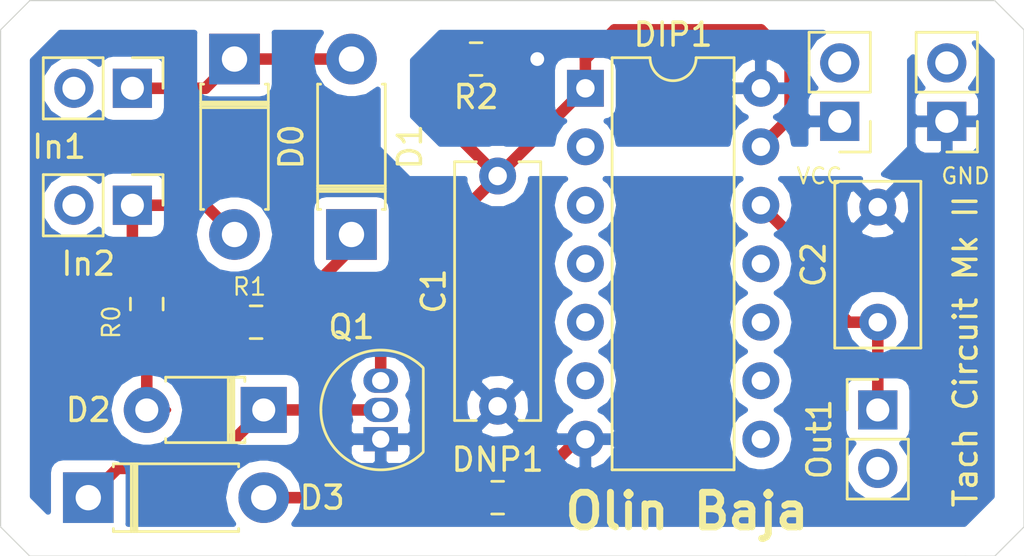
<source format=kicad_pcb>
(kicad_pcb (version 20171130) (host pcbnew 6.0.0-rc1-unknown-7c960aa~66~ubuntu18.04.1)

  (general
    (thickness 1.6)
    (drawings 12)
    (tracks 43)
    (zones 0)
    (modules 17)
    (nets 20)
  )

  (page A4)
  (layers
    (0 F.Cu signal)
    (31 B.Cu signal)
    (32 B.Adhes user)
    (33 F.Adhes user)
    (34 B.Paste user)
    (35 F.Paste user)
    (36 B.SilkS user)
    (37 F.SilkS user)
    (38 B.Mask user)
    (39 F.Mask user)
    (40 Dwgs.User user)
    (41 Cmts.User user)
    (42 Eco1.User user)
    (43 Eco2.User user)
    (44 Edge.Cuts user)
    (45 Margin user)
    (46 B.CrtYd user)
    (47 F.CrtYd user)
    (48 B.Fab user)
    (49 F.Fab user)
  )

  (setup
    (last_trace_width 0.25)
    (trace_clearance 0.2)
    (zone_clearance 0.508)
    (zone_45_only no)
    (trace_min 0.2)
    (via_size 0.8)
    (via_drill 0.4)
    (via_min_size 0.4)
    (via_min_drill 0.3)
    (uvia_size 0.3)
    (uvia_drill 0.1)
    (uvias_allowed no)
    (uvia_min_size 0.2)
    (uvia_min_drill 0.1)
    (edge_width 0.05)
    (segment_width 0.2)
    (pcb_text_width 0.3)
    (pcb_text_size 1.5 1.5)
    (mod_edge_width 0.12)
    (mod_text_size 1 1)
    (mod_text_width 0.15)
    (pad_size 2.2 2.2)
    (pad_drill 1.1)
    (pad_to_mask_clearance 0.051)
    (solder_mask_min_width 0.25)
    (aux_axis_origin 0 0)
    (visible_elements FFFFFF7F)
    (pcbplotparams
      (layerselection 0x010fc_ffffffff)
      (usegerberextensions false)
      (usegerberattributes false)
      (usegerberadvancedattributes false)
      (creategerberjobfile false)
      (excludeedgelayer true)
      (linewidth 0.100000)
      (plotframeref false)
      (viasonmask false)
      (mode 1)
      (useauxorigin false)
      (hpglpennumber 1)
      (hpglpenspeed 20)
      (hpglpendiameter 15.000000)
      (psnegative false)
      (psa4output false)
      (plotreference true)
      (plotvalue true)
      (plotinvisibletext false)
      (padsonsilk false)
      (subtractmaskfromsilk false)
      (outputformat 1)
      (mirror false)
      (drillshape 0)
      (scaleselection 1)
      (outputdirectory "../../../Sensing2017/KicadFiles/Tach/"))
  )

  (net 0 "")
  (net 1 GND)
  (net 2 "Net-(C1-Pad1)")
  (net 3 "Net-(C2-Pad1)")
  (net 4 "Net-(D0-Pad2)")
  (net 5 "Net-(D0-Pad1)")
  (net 6 "Net-(D1-Pad1)")
  (net 7 "Net-(D2-Pad2)")
  (net 8 "Net-(D2-Pad1)")
  (net 9 "Net-(D3-Pad2)")
  (net 10 "Net-(DIP1-Pad9)")
  (net 11 +5V)
  (net 12 "Net-(DIP1-Pad11)")
  (net 13 "Net-(DIP1-Pad10)")
  (net 14 "Net-(DIP1-Pad6)")
  (net 15 "Net-(DIP1-Pad5)")
  (net 16 "Net-(DIP1-Pad4)")
  (net 17 "Net-(DIP1-Pad3)")
  (net 18 "Net-(DIP1-Pad2)")
  (net 19 "Net-(DIP1-Pad8)")

  (net_class Default "This is the default net class."
    (clearance 0.2)
    (trace_width 0.25)
    (via_dia 0.8)
    (via_drill 0.4)
    (uvia_dia 0.3)
    (uvia_drill 0.1)
    (add_net +5V)
    (add_net GND)
    (add_net "Net-(C1-Pad1)")
    (add_net "Net-(C2-Pad1)")
    (add_net "Net-(D0-Pad1)")
    (add_net "Net-(D0-Pad2)")
    (add_net "Net-(D1-Pad1)")
    (add_net "Net-(D2-Pad1)")
    (add_net "Net-(D2-Pad2)")
    (add_net "Net-(D3-Pad2)")
    (add_net "Net-(DIP1-Pad10)")
    (add_net "Net-(DIP1-Pad11)")
    (add_net "Net-(DIP1-Pad2)")
    (add_net "Net-(DIP1-Pad3)")
    (add_net "Net-(DIP1-Pad4)")
    (add_net "Net-(DIP1-Pad5)")
    (add_net "Net-(DIP1-Pad6)")
    (add_net "Net-(DIP1-Pad8)")
    (add_net "Net-(DIP1-Pad9)")
  )

  (module Package_DIP:DIP-14_W7.62mm (layer F.Cu) (tedit 5A02E8C5) (tstamp 5BC69FF3)
    (at 148.59 -102.87)
    (descr "14-lead though-hole mounted DIP package, row spacing 7.62 mm (300 mils)")
    (tags "THT DIP DIL PDIP 2.54mm 7.62mm 300mil")
    (path /5BC2544C)
    (fp_text reference DIP1 (at 3.81 -2.33) (layer F.SilkS)
      (effects (font (size 1 1) (thickness 0.15)))
    )
    (fp_text value SN74HC14N (at 5.08 7.62 90) (layer F.Fab)
      (effects (font (size 1 1) (thickness 0.15)))
    )
    (fp_text user %R (at 2.54 7.62 90) (layer F.Fab)
      (effects (font (size 1 1) (thickness 0.15)))
    )
    (fp_line (start 8.7 -1.55) (end -1.1 -1.55) (layer F.CrtYd) (width 0.05))
    (fp_line (start 8.7 16.8) (end 8.7 -1.55) (layer F.CrtYd) (width 0.05))
    (fp_line (start -1.1 16.8) (end 8.7 16.8) (layer F.CrtYd) (width 0.05))
    (fp_line (start -1.1 -1.55) (end -1.1 16.8) (layer F.CrtYd) (width 0.05))
    (fp_line (start 6.46 -1.33) (end 4.81 -1.33) (layer F.SilkS) (width 0.12))
    (fp_line (start 6.46 16.57) (end 6.46 -1.33) (layer F.SilkS) (width 0.12))
    (fp_line (start 1.16 16.57) (end 6.46 16.57) (layer F.SilkS) (width 0.12))
    (fp_line (start 1.16 -1.33) (end 1.16 16.57) (layer F.SilkS) (width 0.12))
    (fp_line (start 2.81 -1.33) (end 1.16 -1.33) (layer F.SilkS) (width 0.12))
    (fp_line (start 0.635 -0.27) (end 1.635 -1.27) (layer F.Fab) (width 0.1))
    (fp_line (start 0.635 16.51) (end 0.635 -0.27) (layer F.Fab) (width 0.1))
    (fp_line (start 6.985 16.51) (end 0.635 16.51) (layer F.Fab) (width 0.1))
    (fp_line (start 6.985 -1.27) (end 6.985 16.51) (layer F.Fab) (width 0.1))
    (fp_line (start 1.635 -1.27) (end 6.985 -1.27) (layer F.Fab) (width 0.1))
    (fp_arc (start 3.81 -1.33) (end 2.81 -1.33) (angle -180) (layer F.SilkS) (width 0.12))
    (pad 14 thru_hole oval (at 7.62 0) (size 1.6 1.6) (drill 0.8) (layers *.Cu *.Mask)
      (net 11 +5V))
    (pad 7 thru_hole oval (at 0 15.24) (size 1.6 1.6) (drill 0.8) (layers *.Cu *.Mask)
      (net 1 GND))
    (pad 13 thru_hole oval (at 7.62 2.54) (size 1.6 1.6) (drill 0.8) (layers *.Cu *.Mask)
      (net 2 "Net-(C1-Pad1)"))
    (pad 6 thru_hole oval (at 0 12.7) (size 1.6 1.6) (drill 0.8) (layers *.Cu *.Mask)
      (net 14 "Net-(DIP1-Pad6)"))
    (pad 12 thru_hole oval (at 7.62 5.08) (size 1.6 1.6) (drill 0.8) (layers *.Cu *.Mask)
      (net 3 "Net-(C2-Pad1)"))
    (pad 5 thru_hole oval (at 0 10.16) (size 1.6 1.6) (drill 0.8) (layers *.Cu *.Mask)
      (net 15 "Net-(DIP1-Pad5)"))
    (pad 11 thru_hole oval (at 7.62 7.62) (size 1.6 1.6) (drill 0.8) (layers *.Cu *.Mask)
      (net 12 "Net-(DIP1-Pad11)"))
    (pad 4 thru_hole oval (at 0 7.62) (size 1.6 1.6) (drill 0.8) (layers *.Cu *.Mask)
      (net 16 "Net-(DIP1-Pad4)"))
    (pad 10 thru_hole oval (at 7.62 10.16) (size 1.6 1.6) (drill 0.8) (layers *.Cu *.Mask)
      (net 13 "Net-(DIP1-Pad10)"))
    (pad 3 thru_hole oval (at 0 5.08) (size 1.6 1.6) (drill 0.8) (layers *.Cu *.Mask)
      (net 17 "Net-(DIP1-Pad3)"))
    (pad 9 thru_hole oval (at 7.62 12.7) (size 1.6 1.6) (drill 0.8) (layers *.Cu *.Mask)
      (net 10 "Net-(DIP1-Pad9)"))
    (pad 2 thru_hole oval (at 0 2.54) (size 1.6 1.6) (drill 0.8) (layers *.Cu *.Mask)
      (net 18 "Net-(DIP1-Pad2)"))
    (pad 8 thru_hole oval (at 7.62 15.24) (size 1.6 1.6) (drill 0.8) (layers *.Cu *.Mask)
      (net 19 "Net-(DIP1-Pad8)"))
    (pad 1 thru_hole rect (at 0 0) (size 1.6 1.6) (drill 0.8) (layers *.Cu *.Mask)
      (net 2 "Net-(C1-Pad1)"))
    (model ${KISYS3DMOD}/Package_DIP.3dshapes/DIP-14_W7.62mm.wrl
      (at (xyz 0 0 0))
      (scale (xyz 1 1 1))
      (rotate (xyz 0 0 0))
    )
  )

  (module Diode_THT:D_DO-41_SOD81_P7.62mm_Horizontal (layer F.Cu) (tedit 5AE50CD5) (tstamp 5BC69FCB)
    (at 127 -85.09)
    (descr "Diode, DO-41_SOD81 series, Axial, Horizontal, pin pitch=7.62mm, , length*diameter=5.2*2.7mm^2, , http://www.diodes.com/_files/packages/DO-41%20(Plastic).pdf")
    (tags "Diode DO-41_SOD81 series Axial Horizontal pin pitch 7.62mm  length 5.2mm diameter 2.7mm")
    (path /5BC05DC7)
    (fp_text reference D3 (at 10.16 0) (layer F.SilkS)
      (effects (font (size 1 1) (thickness 0.15)))
    )
    (fp_text value 1N4738 (at 4.2 0.59) (layer F.Fab)
      (effects (font (size 0.69 0.69) (thickness 0.1)))
    )
    (fp_text user %R (at 4.2 -0.6 -180) (layer F.Fab)
      (effects (font (size 0.75 0.75) (thickness 0.1)))
    )
    (fp_line (start 8.97 -1.6) (end -1.35 -1.6) (layer F.CrtYd) (width 0.05))
    (fp_line (start 8.97 1.6) (end 8.97 -1.6) (layer F.CrtYd) (width 0.05))
    (fp_line (start -1.35 1.6) (end 8.97 1.6) (layer F.CrtYd) (width 0.05))
    (fp_line (start -1.35 -1.6) (end -1.35 1.6) (layer F.CrtYd) (width 0.05))
    (fp_line (start 1.87 -1.47) (end 1.87 1.47) (layer F.SilkS) (width 0.12))
    (fp_line (start 2.11 -1.47) (end 2.11 1.47) (layer F.SilkS) (width 0.12))
    (fp_line (start 1.99 -1.47) (end 1.99 1.47) (layer F.SilkS) (width 0.12))
    (fp_line (start 6.53 1.47) (end 6.53 1.34) (layer F.SilkS) (width 0.12))
    (fp_line (start 1.09 1.47) (end 6.53 1.47) (layer F.SilkS) (width 0.12))
    (fp_line (start 1.09 1.34) (end 1.09 1.47) (layer F.SilkS) (width 0.12))
    (fp_line (start 6.53 -1.47) (end 6.53 -1.34) (layer F.SilkS) (width 0.12))
    (fp_line (start 1.09 -1.47) (end 6.53 -1.47) (layer F.SilkS) (width 0.12))
    (fp_line (start 1.09 -1.34) (end 1.09 -1.47) (layer F.SilkS) (width 0.12))
    (fp_line (start 1.89 -1.35) (end 1.89 1.35) (layer F.Fab) (width 0.1))
    (fp_line (start 2.09 -1.35) (end 2.09 1.35) (layer F.Fab) (width 0.1))
    (fp_line (start 1.99 -1.35) (end 1.99 1.35) (layer F.Fab) (width 0.1))
    (fp_line (start 7.62 0) (end 6.41 0) (layer F.Fab) (width 0.1))
    (fp_line (start 0 0) (end 1.21 0) (layer F.Fab) (width 0.1))
    (fp_line (start 6.41 -1.35) (end 1.21 -1.35) (layer F.Fab) (width 0.1))
    (fp_line (start 6.41 1.35) (end 6.41 -1.35) (layer F.Fab) (width 0.1))
    (fp_line (start 1.21 1.35) (end 6.41 1.35) (layer F.Fab) (width 0.1))
    (fp_line (start 1.21 -1.35) (end 1.21 1.35) (layer F.Fab) (width 0.1))
    (pad 2 thru_hole oval (at 7.62 0) (size 2.2 2.2) (drill 1.1) (layers *.Cu *.Mask)
      (net 9 "Net-(D3-Pad2)"))
    (pad 1 thru_hole rect (at 0 0) (size 2.2 2.2) (drill 1.1) (layers *.Cu *.Mask)
      (net 8 "Net-(D2-Pad1)"))
    (model ${KISYS3DMOD}/Diode_THT.3dshapes/D_DO-41_SOD81_P7.62mm_Horizontal.wrl
      (at (xyz 0 0 0))
      (scale (xyz 1 1 1))
      (rotate (xyz 0 0 0))
    )
  )

  (module Diode_THT:D_T-1_P5.08mm_Horizontal (layer F.Cu) (tedit 5AE50CD5) (tstamp 5BC69FAC)
    (at 134.62 -88.9 180)
    (descr "Diode, T-1 series, Axial, Horizontal, pin pitch=5.08mm, , length*diameter=3.2*2.6mm^2, , http://www.diodes.com/_files/packages/T-1.pdf")
    (tags "Diode T-1 series Axial Horizontal pin pitch 5.08mm  length 3.2mm diameter 2.6mm")
    (path /5BC044BB)
    (fp_text reference D2 (at 7.62 0 180) (layer F.SilkS)
      (effects (font (size 1 1) (thickness 0.15)))
    )
    (fp_text value 1N4148 (at 2.67 -0.4 180) (layer F.Fab)
      (effects (font (size 0.4 0.3) (thickness 0.075)))
    )
    (fp_text user %R (at 2.54 0.6 180) (layer F.Fab)
      (effects (font (size 0.64 0.64) (thickness 0.096)))
    )
    (fp_line (start 6.33 -1.55) (end -1.25 -1.55) (layer F.CrtYd) (width 0.05))
    (fp_line (start 6.33 1.55) (end 6.33 -1.55) (layer F.CrtYd) (width 0.05))
    (fp_line (start -1.25 1.55) (end 6.33 1.55) (layer F.CrtYd) (width 0.05))
    (fp_line (start -1.25 -1.55) (end -1.25 1.55) (layer F.CrtYd) (width 0.05))
    (fp_line (start 1.3 -1.42) (end 1.3 1.42) (layer F.SilkS) (width 0.12))
    (fp_line (start 1.54 -1.42) (end 1.54 1.42) (layer F.SilkS) (width 0.12))
    (fp_line (start 1.42 -1.42) (end 1.42 1.42) (layer F.SilkS) (width 0.12))
    (fp_line (start 4.26 1.42) (end 4.26 1.24) (layer F.SilkS) (width 0.12))
    (fp_line (start 0.82 1.42) (end 4.26 1.42) (layer F.SilkS) (width 0.12))
    (fp_line (start 0.82 1.24) (end 0.82 1.42) (layer F.SilkS) (width 0.12))
    (fp_line (start 4.26 -1.42) (end 4.26 -1.24) (layer F.SilkS) (width 0.12))
    (fp_line (start 0.82 -1.42) (end 4.26 -1.42) (layer F.SilkS) (width 0.12))
    (fp_line (start 0.82 -1.24) (end 0.82 -1.42) (layer F.SilkS) (width 0.12))
    (fp_line (start 1.32 -1.3) (end 1.32 1.3) (layer F.Fab) (width 0.1))
    (fp_line (start 1.52 -1.3) (end 1.52 1.3) (layer F.Fab) (width 0.1))
    (fp_line (start 1.42 -1.3) (end 1.42 1.3) (layer F.Fab) (width 0.1))
    (fp_line (start 5.08 0) (end 4.14 0) (layer F.Fab) (width 0.1))
    (fp_line (start 0 0) (end 0.94 0) (layer F.Fab) (width 0.1))
    (fp_line (start 4.14 -1.3) (end 0.94 -1.3) (layer F.Fab) (width 0.1))
    (fp_line (start 4.14 1.3) (end 4.14 -1.3) (layer F.Fab) (width 0.1))
    (fp_line (start 0.94 1.3) (end 4.14 1.3) (layer F.Fab) (width 0.1))
    (fp_line (start 0.94 -1.3) (end 0.94 1.3) (layer F.Fab) (width 0.1))
    (pad 2 thru_hole oval (at 5.08 0 180) (size 2 2) (drill 1) (layers *.Cu *.Mask)
      (net 7 "Net-(D2-Pad2)"))
    (pad 1 thru_hole rect (at 0 0 180) (size 2 2) (drill 1) (layers *.Cu *.Mask)
      (net 8 "Net-(D2-Pad1)"))
    (model ${KISYS3DMOD}/Diode_THT.3dshapes/D_T-1_P5.08mm_Horizontal.wrl
      (at (xyz 0 0 0))
      (scale (xyz 1 1 1))
      (rotate (xyz 0 0 0))
    )
  )

  (module Diode_THT:D_DO-41_SOD81_P7.62mm_Horizontal (layer F.Cu) (tedit 5AE50CD5) (tstamp 5BC69F8D)
    (at 138.43 -96.52 90)
    (descr "Diode, DO-41_SOD81 series, Axial, Horizontal, pin pitch=7.62mm, , length*diameter=5.2*2.7mm^2, , http://www.diodes.com/_files/packages/DO-41%20(Plastic).pdf")
    (tags "Diode DO-41_SOD81 series Axial Horizontal pin pitch 7.62mm  length 5.2mm diameter 2.7mm")
    (path /5BC00EDC)
    (fp_text reference D1 (at 3.81 2.54 90) (layer F.SilkS)
      (effects (font (size 1 1) (thickness 0.15)))
    )
    (fp_text value 1N4007 (at 4.17 -0.68 -90) (layer F.Fab)
      (effects (font (size 0.6 0.6) (thickness 0.1)))
    )
    (fp_text user %R (at 4.17 0.57 -90) (layer F.Fab)
      (effects (font (size 0.75 0.75) (thickness 0.1)))
    )
    (fp_line (start 8.97 -1.6) (end -1.35 -1.6) (layer F.CrtYd) (width 0.05))
    (fp_line (start 8.97 1.6) (end 8.97 -1.6) (layer F.CrtYd) (width 0.05))
    (fp_line (start -1.35 1.6) (end 8.97 1.6) (layer F.CrtYd) (width 0.05))
    (fp_line (start -1.35 -1.6) (end -1.35 1.6) (layer F.CrtYd) (width 0.05))
    (fp_line (start 1.87 -1.47) (end 1.87 1.47) (layer F.SilkS) (width 0.12))
    (fp_line (start 2.11 -1.47) (end 2.11 1.47) (layer F.SilkS) (width 0.12))
    (fp_line (start 1.99 -1.47) (end 1.99 1.47) (layer F.SilkS) (width 0.12))
    (fp_line (start 6.53 1.47) (end 6.53 1.34) (layer F.SilkS) (width 0.12))
    (fp_line (start 1.09 1.47) (end 6.53 1.47) (layer F.SilkS) (width 0.12))
    (fp_line (start 1.09 1.34) (end 1.09 1.47) (layer F.SilkS) (width 0.12))
    (fp_line (start 6.53 -1.47) (end 6.53 -1.34) (layer F.SilkS) (width 0.12))
    (fp_line (start 1.09 -1.47) (end 6.53 -1.47) (layer F.SilkS) (width 0.12))
    (fp_line (start 1.09 -1.34) (end 1.09 -1.47) (layer F.SilkS) (width 0.12))
    (fp_line (start 1.89 -1.35) (end 1.89 1.35) (layer F.Fab) (width 0.1))
    (fp_line (start 2.09 -1.35) (end 2.09 1.35) (layer F.Fab) (width 0.1))
    (fp_line (start 1.99 -1.35) (end 1.99 1.35) (layer F.Fab) (width 0.1))
    (fp_line (start 7.62 0) (end 6.41 0) (layer F.Fab) (width 0.1))
    (fp_line (start 0 0) (end 1.21 0) (layer F.Fab) (width 0.1))
    (fp_line (start 6.41 -1.35) (end 1.21 -1.35) (layer F.Fab) (width 0.1))
    (fp_line (start 6.41 1.35) (end 6.41 -1.35) (layer F.Fab) (width 0.1))
    (fp_line (start 1.21 1.35) (end 6.41 1.35) (layer F.Fab) (width 0.1))
    (fp_line (start 1.21 -1.35) (end 1.21 1.35) (layer F.Fab) (width 0.1))
    (pad 2 thru_hole oval (at 7.62 0 90) (size 2.2 2.2) (drill 1.1) (layers *.Cu *.Mask)
      (net 5 "Net-(D0-Pad1)"))
    (pad 1 thru_hole rect (at 0 0 90) (size 2.2 2.2) (drill 1.1) (layers *.Cu *.Mask)
      (net 6 "Net-(D1-Pad1)"))
    (model ${KISYS3DMOD}/Diode_THT.3dshapes/D_DO-41_SOD81_P7.62mm_Horizontal.wrl
      (at (xyz 0 0 0))
      (scale (xyz 1 1 1))
      (rotate (xyz 0 0 0))
    )
  )

  (module Diode_THT:D_DO-41_SOD81_P7.62mm_Horizontal (layer F.Cu) (tedit 5BC925C4) (tstamp 5BC69F6E)
    (at 133.35 -104.14 270)
    (descr "Diode, DO-41_SOD81 series, Axial, Horizontal, pin pitch=7.62mm, , length*diameter=5.2*2.7mm^2, , http://www.diodes.com/_files/packages/DO-41%20(Plastic).pdf")
    (tags "Diode DO-41_SOD81 series Axial Horizontal pin pitch 7.62mm  length 5.2mm diameter 2.7mm")
    (path /5BBFFAF7)
    (fp_text reference D0 (at 3.81 -2.47 270) (layer F.SilkS)
      (effects (font (size 1 1) (thickness 0.15)))
    )
    (fp_text value 1N4007 (at 4.14 -0.65 270) (layer F.Fab)
      (effects (font (size 0.6 0.6) (thickness 0.1)))
    )
    (fp_text user %R (at 4.2 0.66 270) (layer F.Fab)
      (effects (font (size 0.75 0.75) (thickness 0.1)))
    )
    (fp_line (start 8.97 -1.6) (end -1.35 -1.6) (layer F.CrtYd) (width 0.05))
    (fp_line (start 8.97 1.6) (end 8.97 -1.6) (layer F.CrtYd) (width 0.05))
    (fp_line (start -1.35 1.6) (end 8.97 1.6) (layer F.CrtYd) (width 0.05))
    (fp_line (start -1.35 -1.6) (end -1.35 1.6) (layer F.CrtYd) (width 0.05))
    (fp_line (start 1.87 -1.47) (end 1.87 1.47) (layer F.SilkS) (width 0.12))
    (fp_line (start 2.11 -1.47) (end 2.11 1.47) (layer F.SilkS) (width 0.12))
    (fp_line (start 1.99 -1.47) (end 1.99 1.47) (layer F.SilkS) (width 0.12))
    (fp_line (start 6.53 1.47) (end 6.53 1.34) (layer F.SilkS) (width 0.12))
    (fp_line (start 1.09 1.47) (end 6.53 1.47) (layer F.SilkS) (width 0.12))
    (fp_line (start 1.09 1.34) (end 1.09 1.47) (layer F.SilkS) (width 0.12))
    (fp_line (start 6.53 -1.47) (end 6.53 -1.34) (layer F.SilkS) (width 0.12))
    (fp_line (start 1.09 -1.47) (end 6.53 -1.47) (layer F.SilkS) (width 0.12))
    (fp_line (start 1.09 -1.34) (end 1.09 -1.47) (layer F.SilkS) (width 0.12))
    (fp_line (start 1.89 -1.35) (end 1.89 1.35) (layer F.Fab) (width 0.1))
    (fp_line (start 2.09 -1.35) (end 2.09 1.35) (layer F.Fab) (width 0.1))
    (fp_line (start 1.99 -1.35) (end 1.99 1.35) (layer F.Fab) (width 0.1))
    (fp_line (start 7.62 0) (end 6.41 0) (layer F.Fab) (width 0.1))
    (fp_line (start 0 0) (end 1.21 0) (layer F.Fab) (width 0.1))
    (fp_line (start 6.41 -1.35) (end 1.21 -1.35) (layer F.Fab) (width 0.1))
    (fp_line (start 6.41 1.35) (end 6.41 -1.35) (layer F.Fab) (width 0.1))
    (fp_line (start 1.21 1.35) (end 6.41 1.35) (layer F.Fab) (width 0.1))
    (fp_line (start 1.21 -1.35) (end 1.21 1.35) (layer F.Fab) (width 0.1))
    (pad 2 thru_hole oval (at 7.62 0 270) (size 2.2 2.2) (drill 1.1) (layers *.Cu *.Mask)
      (net 4 "Net-(D0-Pad2)"))
    (pad 1 thru_hole rect (at 0 0 270) (size 2.2 2.2) (drill 1.1) (layers *.Cu *.Mask)
      (net 5 "Net-(D0-Pad1)"))
    (model ${KISYS3DMOD}/Diode_THT.3dshapes/D_DO-41_SOD81_P7.62mm_Horizontal.wrl
      (at (xyz 0 0 0))
      (scale (xyz 1 1 1))
      (rotate (xyz 0 0 0))
    )
  )

  (module Connector_PinHeader_2.54mm:PinHeader_1x02_P2.54mm_Vertical (layer F.Cu) (tedit 59FED5CC) (tstamp 5BC6AF3C)
    (at 159.636385 -101.433263 180)
    (descr "Through hole straight pin header, 1x02, 2.54mm pitch, single row")
    (tags "Through hole pin header THT 1x02 2.54mm single row")
    (path /5BC71D92)
    (fp_text reference VCC (at 0.886385 -2.373263 180) (layer F.SilkS)
      (effects (font (size 0.69 0.69) (thickness 0.1)))
    )
    (fp_text value 5V (at 1.386385 -2.373263 180) (layer F.Fab) hide
      (effects (font (size 0.69 0.69) (thickness 0.1)))
    )
    (fp_text user %R (at 0 1.27 270) (layer F.Fab)
      (effects (font (size 1 1) (thickness 0.15)))
    )
    (fp_line (start 1.8 -1.8) (end -1.8 -1.8) (layer F.CrtYd) (width 0.05))
    (fp_line (start 1.8 4.35) (end 1.8 -1.8) (layer F.CrtYd) (width 0.05))
    (fp_line (start -1.8 4.35) (end 1.8 4.35) (layer F.CrtYd) (width 0.05))
    (fp_line (start -1.8 -1.8) (end -1.8 4.35) (layer F.CrtYd) (width 0.05))
    (fp_line (start -1.33 -1.33) (end 0 -1.33) (layer F.SilkS) (width 0.12))
    (fp_line (start -1.33 0) (end -1.33 -1.33) (layer F.SilkS) (width 0.12))
    (fp_line (start -1.33 1.27) (end 1.33 1.27) (layer F.SilkS) (width 0.12))
    (fp_line (start 1.33 1.27) (end 1.33 3.87) (layer F.SilkS) (width 0.12))
    (fp_line (start -1.33 1.27) (end -1.33 3.87) (layer F.SilkS) (width 0.12))
    (fp_line (start -1.33 3.87) (end 1.33 3.87) (layer F.SilkS) (width 0.12))
    (fp_line (start -1.27 -0.635) (end -0.635 -1.27) (layer F.Fab) (width 0.1))
    (fp_line (start -1.27 3.81) (end -1.27 -0.635) (layer F.Fab) (width 0.1))
    (fp_line (start 1.27 3.81) (end -1.27 3.81) (layer F.Fab) (width 0.1))
    (fp_line (start 1.27 -1.27) (end 1.27 3.81) (layer F.Fab) (width 0.1))
    (fp_line (start -0.635 -1.27) (end 1.27 -1.27) (layer F.Fab) (width 0.1))
    (pad 2 thru_hole oval (at 0 2.54 180) (size 1.7 1.7) (drill 1) (layers *.Cu *.Mask))
    (pad 1 thru_hole rect (at 0 0 180) (size 1.7 1.7) (drill 1) (layers *.Cu *.Mask)
      (net 11 +5V))
    (model ${KISYS3DMOD}/Connector_PinHeader_2.54mm.3dshapes/PinHeader_1x02_P2.54mm_Vertical.wrl
      (at (xyz 0 0 0))
      (scale (xyz 1 1 1))
      (rotate (xyz 0 0 0))
    )
  )

  (module Connector_PinHeader_2.54mm:PinHeader_1x02_P2.54mm_Vertical (layer F.Cu) (tedit 5BC7D160) (tstamp 5BC6AE26)
    (at 164.286385 -101.433263 180)
    (descr "Through hole straight pin header, 1x02, 2.54mm pitch, single row")
    (tags "Through hole pin header THT 1x02 2.54mm single row")
    (path /5BC72FD8)
    (fp_text reference GND (at -0.813615 -2.373263 180) (layer F.SilkS)
      (effects (font (size 0.69 0.69) (thickness 0.1)))
    )
    (fp_text value GND (at -0.813615 -2.373263 180) (layer F.Fab) hide
      (effects (font (size 0.75 0.75) (thickness 0.1)))
    )
    (fp_text user %R (at 0 1.27 270) (layer F.Fab)
      (effects (font (size 1 1) (thickness 0.15)))
    )
    (fp_line (start 1.8 -1.8) (end -1.8 -1.8) (layer F.CrtYd) (width 0.05))
    (fp_line (start 1.8 4.35) (end 1.8 -1.8) (layer F.CrtYd) (width 0.05))
    (fp_line (start -1.8 4.35) (end 1.8 4.35) (layer F.CrtYd) (width 0.05))
    (fp_line (start -1.8 -1.8) (end -1.8 4.35) (layer F.CrtYd) (width 0.05))
    (fp_line (start -1.33 -1.33) (end 0 -1.33) (layer F.SilkS) (width 0.12))
    (fp_line (start -1.33 0) (end -1.33 -1.33) (layer F.SilkS) (width 0.12))
    (fp_line (start -1.33 1.27) (end 1.33 1.27) (layer F.SilkS) (width 0.12))
    (fp_line (start 1.33 1.27) (end 1.33 3.87) (layer F.SilkS) (width 0.12))
    (fp_line (start -1.33 1.27) (end -1.33 3.87) (layer F.SilkS) (width 0.12))
    (fp_line (start -1.33 3.87) (end 1.33 3.87) (layer F.SilkS) (width 0.12))
    (fp_line (start -1.27 -0.635) (end -0.635 -1.27) (layer F.Fab) (width 0.1))
    (fp_line (start -1.27 3.81) (end -1.27 -0.635) (layer F.Fab) (width 0.1))
    (fp_line (start 1.27 3.81) (end -1.27 3.81) (layer F.Fab) (width 0.1))
    (fp_line (start 1.27 -1.27) (end 1.27 3.81) (layer F.Fab) (width 0.1))
    (fp_line (start -0.635 -1.27) (end 1.27 -1.27) (layer F.Fab) (width 0.1))
    (pad 2 thru_hole oval (at 0 2.54 180) (size 1.7 1.7) (drill 1) (layers *.Cu *.Mask))
    (pad 1 thru_hole rect (at 0 0 180) (size 1.7 1.7) (drill 1) (layers *.Cu *.Mask)
      (net 1 GND))
    (model ${KISYS3DMOD}/Connector_PinHeader_2.54mm.3dshapes/PinHeader_1x02_P2.54mm_Vertical.wrl
      (at (xyz 0 0 0))
      (scale (xyz 1 1 1))
      (rotate (xyz 0 0 0))
    )
  )

  (module Resistor_SMD:R_0805_2012Metric (layer F.Cu) (tedit 5BC8D622) (tstamp 5BC6A08B)
    (at 143.8425 -104.14 180)
    (descr "Resistor SMD 0805 (2012 Metric), square (rectangular) end terminal, IPC_7351 nominal, (Body size source: https://docs.google.com/spreadsheets/d/1BsfQQcO9C6DZCsRaXUlFlo91Tg2WpOkGARC1WS5S8t0/edit?usp=sharing), generated with kicad-footprint-generator")
    (tags resistor)
    (path /5BC153C6)
    (attr smd)
    (fp_text reference R2 (at 0 -1.65 180) (layer F.SilkS)
      (effects (font (size 1 1) (thickness 0.15)))
    )
    (fp_text value 4.7k (at 0 -2.89 180) (layer F.Fab)
      (effects (font (size 0.75 0.75) (thickness 0.1)))
    )
    (fp_text user %R (at 0 0 180) (layer F.Fab)
      (effects (font (size 0.5 0.5) (thickness 0.08)))
    )
    (fp_line (start 1.68 0.95) (end -1.68 0.95) (layer F.CrtYd) (width 0.05))
    (fp_line (start 1.68 -0.95) (end 1.68 0.95) (layer F.CrtYd) (width 0.05))
    (fp_line (start -1.68 -0.95) (end 1.68 -0.95) (layer F.CrtYd) (width 0.05))
    (fp_line (start -1.68 0.95) (end -1.68 -0.95) (layer F.CrtYd) (width 0.05))
    (fp_line (start -0.258578 0.71) (end 0.258578 0.71) (layer F.SilkS) (width 0.12))
    (fp_line (start -0.258578 -0.71) (end 0.258578 -0.71) (layer F.SilkS) (width 0.12))
    (fp_line (start 1 0.6) (end -1 0.6) (layer F.Fab) (width 0.1))
    (fp_line (start 1 -0.6) (end 1 0.6) (layer F.Fab) (width 0.1))
    (fp_line (start -1 -0.6) (end 1 -0.6) (layer F.Fab) (width 0.1))
    (fp_line (start -1 0.6) (end -1 -0.6) (layer F.Fab) (width 0.1))
    (pad 2 smd roundrect (at 0.9375 0 180) (size 0.975 1.4) (layers F.Cu F.Paste F.Mask) (roundrect_rratio 0.25)
      (net 2 "Net-(C1-Pad1)"))
    (pad 1 smd roundrect (at -0.9375 0 180) (size 0.975 1.4) (layers F.Cu F.Paste F.Mask) (roundrect_rratio 0.25)
      (net 11 +5V))
    (model ${KISYS3DMOD}/Resistor_SMD.3dshapes/R_0805_2012Metric.wrl
      (at (xyz 0 0 0))
      (scale (xyz 1 1 1))
      (rotate (xyz 0 0 0))
    )
  )

  (module Resistor_SMD:R_0805_2012Metric (layer F.Cu) (tedit 5BC922A7) (tstamp 5BC6A07A)
    (at 134.2875 -92.71)
    (descr "Resistor SMD 0805 (2012 Metric), square (rectangular) end terminal, IPC_7351 nominal, (Body size source: https://docs.google.com/spreadsheets/d/1BsfQQcO9C6DZCsRaXUlFlo91Tg2WpOkGARC1WS5S8t0/edit?usp=sharing), generated with kicad-footprint-generator")
    (tags resistor)
    (path /5BC02B7A)
    (attr smd)
    (fp_text reference R1 (at -0.2875 -1.54) (layer F.SilkS)
      (effects (font (size 0.75 0.75) (thickness 0.1)))
    )
    (fp_text value 10k (at 0 1.65) (layer F.Fab)
      (effects (font (size 0.75 0.75) (thickness 0.1)))
    )
    (fp_text user %R (at 0 0) (layer F.Fab)
      (effects (font (size 0.5 0.5) (thickness 0.08)))
    )
    (fp_line (start 1.68 0.95) (end -1.68 0.95) (layer F.CrtYd) (width 0.05))
    (fp_line (start 1.68 -0.95) (end 1.68 0.95) (layer F.CrtYd) (width 0.05))
    (fp_line (start -1.68 -0.95) (end 1.68 -0.95) (layer F.CrtYd) (width 0.05))
    (fp_line (start -1.68 0.95) (end -1.68 -0.95) (layer F.CrtYd) (width 0.05))
    (fp_line (start -0.258578 0.71) (end 0.258578 0.71) (layer F.SilkS) (width 0.12))
    (fp_line (start -0.258578 -0.71) (end 0.258578 -0.71) (layer F.SilkS) (width 0.12))
    (fp_line (start 1 0.6) (end -1 0.6) (layer F.Fab) (width 0.1))
    (fp_line (start 1 -0.6) (end 1 0.6) (layer F.Fab) (width 0.1))
    (fp_line (start -1 -0.6) (end 1 -0.6) (layer F.Fab) (width 0.1))
    (fp_line (start -1 0.6) (end -1 -0.6) (layer F.Fab) (width 0.1))
    (pad 2 smd roundrect (at 0.9375 0) (size 0.975 1.4) (layers F.Cu F.Paste F.Mask) (roundrect_rratio 0.25)
      (net 6 "Net-(D1-Pad1)"))
    (pad 1 smd roundrect (at -0.9375 0) (size 0.975 1.4) (layers F.Cu F.Paste F.Mask) (roundrect_rratio 0.25)
      (net 7 "Net-(D2-Pad2)"))
    (model ${KISYS3DMOD}/Resistor_SMD.3dshapes/R_0805_2012Metric.wrl
      (at (xyz 0 0 0))
      (scale (xyz 1 1 1))
      (rotate (xyz 0 0 0))
    )
  )

  (module Resistor_SMD:R_0805_2012Metric (layer F.Cu) (tedit 5B36C52B) (tstamp 5BC6A069)
    (at 129.54 -93.5 270)
    (descr "Resistor SMD 0805 (2012 Metric), square (rectangular) end terminal, IPC_7351 nominal, (Body size source: https://docs.google.com/spreadsheets/d/1BsfQQcO9C6DZCsRaXUlFlo91Tg2WpOkGARC1WS5S8t0/edit?usp=sharing), generated with kicad-footprint-generator")
    (tags resistor)
    (path /5BC034F1)
    (attr smd)
    (fp_text reference R0 (at 0.79 1.54 270) (layer F.SilkS)
      (effects (font (size 0.75 0.75) (thickness 0.1)))
    )
    (fp_text value 10k (at 0.29 -1.46 270) (layer F.Fab)
      (effects (font (size 0.75 0.75) (thickness 0.1)))
    )
    (fp_text user %R (at 0 0 270) (layer F.Fab)
      (effects (font (size 0.5 0.5) (thickness 0.08)))
    )
    (fp_line (start 1.68 0.95) (end -1.68 0.95) (layer F.CrtYd) (width 0.05))
    (fp_line (start 1.68 -0.95) (end 1.68 0.95) (layer F.CrtYd) (width 0.05))
    (fp_line (start -1.68 -0.95) (end 1.68 -0.95) (layer F.CrtYd) (width 0.05))
    (fp_line (start -1.68 0.95) (end -1.68 -0.95) (layer F.CrtYd) (width 0.05))
    (fp_line (start -0.258578 0.71) (end 0.258578 0.71) (layer F.SilkS) (width 0.12))
    (fp_line (start -0.258578 -0.71) (end 0.258578 -0.71) (layer F.SilkS) (width 0.12))
    (fp_line (start 1 0.6) (end -1 0.6) (layer F.Fab) (width 0.1))
    (fp_line (start 1 -0.6) (end 1 0.6) (layer F.Fab) (width 0.1))
    (fp_line (start -1 -0.6) (end 1 -0.6) (layer F.Fab) (width 0.1))
    (fp_line (start -1 0.6) (end -1 -0.6) (layer F.Fab) (width 0.1))
    (pad 2 smd roundrect (at 0.9375 0 270) (size 0.975 1.4) (layers F.Cu F.Paste F.Mask) (roundrect_rratio 0.25)
      (net 7 "Net-(D2-Pad2)"))
    (pad 1 smd roundrect (at -0.9375 0 270) (size 0.975 1.4) (layers F.Cu F.Paste F.Mask) (roundrect_rratio 0.25)
      (net 4 "Net-(D0-Pad2)"))
    (model ${KISYS3DMOD}/Resistor_SMD.3dshapes/R_0805_2012Metric.wrl
      (at (xyz 0 0 0))
      (scale (xyz 1 1 1))
      (rotate (xyz 0 0 0))
    )
  )

  (module Package_TO_SOT_THT:TO-92_Inline (layer F.Cu) (tedit 5A1DD157) (tstamp 5BC6A058)
    (at 139.7 -87.63 90)
    (descr "TO-92 leads in-line, narrow, oval pads, drill 0.75mm (see NXP sot054_po.pdf)")
    (tags "to-92 sc-43 sc-43a sot54 PA33 transistor")
    (path /5BC09DC2)
    (fp_text reference Q1 (at 4.87 -1.27 180) (layer F.SilkS)
      (effects (font (size 1 1) (thickness 0.15)))
    )
    (fp_text value 2N3904 (at 1.27 2.63 90) (layer F.Fab)
      (effects (font (size 0.75 0.75) (thickness 0.1)))
    )
    (fp_arc (start 1.27 0) (end 1.27 -2.6) (angle 135) (layer F.SilkS) (width 0.12))
    (fp_arc (start 1.27 0) (end 1.27 -2.48) (angle -135) (layer F.Fab) (width 0.1))
    (fp_arc (start 1.27 0) (end 1.27 -2.6) (angle -135) (layer F.SilkS) (width 0.12))
    (fp_arc (start 1.27 0) (end 1.27 -2.48) (angle 135) (layer F.Fab) (width 0.1))
    (fp_line (start 4 2.01) (end -1.46 2.01) (layer F.CrtYd) (width 0.05))
    (fp_line (start 4 2.01) (end 4 -2.73) (layer F.CrtYd) (width 0.05))
    (fp_line (start -1.46 -2.73) (end -1.46 2.01) (layer F.CrtYd) (width 0.05))
    (fp_line (start -1.46 -2.73) (end 4 -2.73) (layer F.CrtYd) (width 0.05))
    (fp_line (start -0.5 1.75) (end 3 1.75) (layer F.Fab) (width 0.1))
    (fp_line (start -0.53 1.85) (end 3.07 1.85) (layer F.SilkS) (width 0.12))
    (pad 1 thru_hole rect (at 0 0 90) (size 1.05 1.5) (drill 0.75) (layers *.Cu *.Mask)
      (net 1 GND))
    (pad 3 thru_hole oval (at 2.54 0 90) (size 1.05 1.5) (drill 0.75) (layers *.Cu *.Mask)
      (net 2 "Net-(C1-Pad1)"))
    (pad 2 thru_hole oval (at 1.27 0 90) (size 1.05 1.5) (drill 0.75) (layers *.Cu *.Mask)
      (net 8 "Net-(D2-Pad1)"))
    (model ${KISYS3DMOD}/Package_TO_SOT_THT.3dshapes/TO-92_Inline.wrl
      (at (xyz 0 0 0))
      (scale (xyz 1 1 1))
      (rotate (xyz 0 0 0))
    )
  )

  (module Connector_PinHeader_2.54mm:PinHeader_1x02_P2.54mm_Vertical (layer F.Cu) (tedit 59FED5CC) (tstamp 5BC6A046)
    (at 161.29 -88.9)
    (descr "Through hole straight pin header, 1x02, 2.54mm pitch, single row")
    (tags "Through hole pin header THT 1x02 2.54mm single row")
    (path /5BC6D568)
    (fp_text reference Out1 (at -2.54 1.27 90) (layer F.SilkS)
      (effects (font (size 1 1) (thickness 0.15)))
    )
    (fp_text value Vout (at 2.54 1.27 90) (layer F.Fab)
      (effects (font (size 1 1) (thickness 0.15)))
    )
    (fp_text user %R (at 0 1.27 90) (layer F.Fab)
      (effects (font (size 1 1) (thickness 0.15)))
    )
    (fp_line (start 1.8 -1.8) (end -1.8 -1.8) (layer F.CrtYd) (width 0.05))
    (fp_line (start 1.8 4.35) (end 1.8 -1.8) (layer F.CrtYd) (width 0.05))
    (fp_line (start -1.8 4.35) (end 1.8 4.35) (layer F.CrtYd) (width 0.05))
    (fp_line (start -1.8 -1.8) (end -1.8 4.35) (layer F.CrtYd) (width 0.05))
    (fp_line (start -1.33 -1.33) (end 0 -1.33) (layer F.SilkS) (width 0.12))
    (fp_line (start -1.33 0) (end -1.33 -1.33) (layer F.SilkS) (width 0.12))
    (fp_line (start -1.33 1.27) (end 1.33 1.27) (layer F.SilkS) (width 0.12))
    (fp_line (start 1.33 1.27) (end 1.33 3.87) (layer F.SilkS) (width 0.12))
    (fp_line (start -1.33 1.27) (end -1.33 3.87) (layer F.SilkS) (width 0.12))
    (fp_line (start -1.33 3.87) (end 1.33 3.87) (layer F.SilkS) (width 0.12))
    (fp_line (start -1.27 -0.635) (end -0.635 -1.27) (layer F.Fab) (width 0.1))
    (fp_line (start -1.27 3.81) (end -1.27 -0.635) (layer F.Fab) (width 0.1))
    (fp_line (start 1.27 3.81) (end -1.27 3.81) (layer F.Fab) (width 0.1))
    (fp_line (start 1.27 -1.27) (end 1.27 3.81) (layer F.Fab) (width 0.1))
    (fp_line (start -0.635 -1.27) (end 1.27 -1.27) (layer F.Fab) (width 0.1))
    (pad 2 thru_hole oval (at 0 2.54) (size 1.7 1.7) (drill 1) (layers *.Cu *.Mask))
    (pad 1 thru_hole rect (at 0 0) (size 1.7 1.7) (drill 1) (layers *.Cu *.Mask)
      (net 3 "Net-(C2-Pad1)"))
    (model ${KISYS3DMOD}/Connector_PinHeader_2.54mm.3dshapes/PinHeader_1x02_P2.54mm_Vertical.wrl
      (at (xyz 0 0 0))
      (scale (xyz 1 1 1))
      (rotate (xyz 0 0 0))
    )
  )

  (module Connector_PinHeader_2.54mm:PinHeader_1x02_P2.54mm_Vertical (layer F.Cu) (tedit 59FED5CC) (tstamp 5BC6A030)
    (at 128.915061 -97.79 270)
    (descr "Through hole straight pin header, 1x02, 2.54mm pitch, single row")
    (tags "Through hole pin header THT 1x02 2.54mm single row")
    (path /5BC5B638)
    (fp_text reference In2 (at 2.54 1.915061) (layer F.SilkS)
      (effects (font (size 1 1) (thickness 0.15)))
    )
    (fp_text value Vin- (at 3.81 1.915061) (layer F.Fab)
      (effects (font (size 1 1) (thickness 0.15)))
    )
    (fp_text user %R (at 0 1.27) (layer F.Fab)
      (effects (font (size 1 1) (thickness 0.15)))
    )
    (fp_line (start 1.8 -1.8) (end -1.8 -1.8) (layer F.CrtYd) (width 0.05))
    (fp_line (start 1.8 4.35) (end 1.8 -1.8) (layer F.CrtYd) (width 0.05))
    (fp_line (start -1.8 4.35) (end 1.8 4.35) (layer F.CrtYd) (width 0.05))
    (fp_line (start -1.8 -1.8) (end -1.8 4.35) (layer F.CrtYd) (width 0.05))
    (fp_line (start -1.33 -1.33) (end 0 -1.33) (layer F.SilkS) (width 0.12))
    (fp_line (start -1.33 0) (end -1.33 -1.33) (layer F.SilkS) (width 0.12))
    (fp_line (start -1.33 1.27) (end 1.33 1.27) (layer F.SilkS) (width 0.12))
    (fp_line (start 1.33 1.27) (end 1.33 3.87) (layer F.SilkS) (width 0.12))
    (fp_line (start -1.33 1.27) (end -1.33 3.87) (layer F.SilkS) (width 0.12))
    (fp_line (start -1.33 3.87) (end 1.33 3.87) (layer F.SilkS) (width 0.12))
    (fp_line (start -1.27 -0.635) (end -0.635 -1.27) (layer F.Fab) (width 0.1))
    (fp_line (start -1.27 3.81) (end -1.27 -0.635) (layer F.Fab) (width 0.1))
    (fp_line (start 1.27 3.81) (end -1.27 3.81) (layer F.Fab) (width 0.1))
    (fp_line (start 1.27 -1.27) (end 1.27 3.81) (layer F.Fab) (width 0.1))
    (fp_line (start -0.635 -1.27) (end 1.27 -1.27) (layer F.Fab) (width 0.1))
    (pad 2 thru_hole oval (at 0 2.54 270) (size 1.7 1.7) (drill 1) (layers *.Cu *.Mask))
    (pad 1 thru_hole rect (at 0 0 270) (size 1.7 1.7) (drill 1) (layers *.Cu *.Mask)
      (net 4 "Net-(D0-Pad2)"))
    (model ${KISYS3DMOD}/Connector_PinHeader_2.54mm.3dshapes/PinHeader_1x02_P2.54mm_Vertical.wrl
      (at (xyz 0 0 0))
      (scale (xyz 1 1 1))
      (rotate (xyz 0 0 0))
    )
  )

  (module Connector_PinHeader_2.54mm:PinHeader_1x02_P2.54mm_Vertical (layer F.Cu) (tedit 59FED5CC) (tstamp 5BC6A01A)
    (at 128.915061 -102.87 270)
    (descr "Through hole straight pin header, 1x02, 2.54mm pitch, single row")
    (tags "Through hole pin header THT 1x02 2.54mm single row")
    (path /5BC5D466)
    (fp_text reference In1 (at 2.54 3.185061) (layer F.SilkS)
      (effects (font (size 1 1) (thickness 0.15)))
    )
    (fp_text value "Vin +" (at 2.54 -0.624939) (layer F.Fab)
      (effects (font (size 1 1) (thickness 0.15)))
    )
    (fp_text user %R (at 0 1.27) (layer F.Fab)
      (effects (font (size 1 1) (thickness 0.15)))
    )
    (fp_line (start 1.8 -1.8) (end -1.8 -1.8) (layer F.CrtYd) (width 0.05))
    (fp_line (start 1.8 4.35) (end 1.8 -1.8) (layer F.CrtYd) (width 0.05))
    (fp_line (start -1.8 4.35) (end 1.8 4.35) (layer F.CrtYd) (width 0.05))
    (fp_line (start -1.8 -1.8) (end -1.8 4.35) (layer F.CrtYd) (width 0.05))
    (fp_line (start -1.33 -1.33) (end 0 -1.33) (layer F.SilkS) (width 0.12))
    (fp_line (start -1.33 0) (end -1.33 -1.33) (layer F.SilkS) (width 0.12))
    (fp_line (start -1.33 1.27) (end 1.33 1.27) (layer F.SilkS) (width 0.12))
    (fp_line (start 1.33 1.27) (end 1.33 3.87) (layer F.SilkS) (width 0.12))
    (fp_line (start -1.33 1.27) (end -1.33 3.87) (layer F.SilkS) (width 0.12))
    (fp_line (start -1.33 3.87) (end 1.33 3.87) (layer F.SilkS) (width 0.12))
    (fp_line (start -1.27 -0.635) (end -0.635 -1.27) (layer F.Fab) (width 0.1))
    (fp_line (start -1.27 3.81) (end -1.27 -0.635) (layer F.Fab) (width 0.1))
    (fp_line (start 1.27 3.81) (end -1.27 3.81) (layer F.Fab) (width 0.1))
    (fp_line (start 1.27 -1.27) (end 1.27 3.81) (layer F.Fab) (width 0.1))
    (fp_line (start -0.635 -1.27) (end 1.27 -1.27) (layer F.Fab) (width 0.1))
    (pad 2 thru_hole oval (at 0 2.54 270) (size 1.7 1.7) (drill 1) (layers *.Cu *.Mask))
    (pad 1 thru_hole rect (at 0 0 270) (size 1.7 1.7) (drill 1) (layers *.Cu *.Mask)
      (net 5 "Net-(D0-Pad1)"))
    (model ${KISYS3DMOD}/Connector_PinHeader_2.54mm.3dshapes/PinHeader_1x02_P2.54mm_Vertical.wrl
      (at (xyz 0 0 0))
      (scale (xyz 1 1 1))
      (rotate (xyz 0 0 0))
    )
  )

  (module Resistor_SMD:R_0805_2012Metric (layer F.Cu) (tedit 5B36C52B) (tstamp 5BC6A004)
    (at 144.78 -85.09)
    (descr "Resistor SMD 0805 (2012 Metric), square (rectangular) end terminal, IPC_7351 nominal, (Body size source: https://docs.google.com/spreadsheets/d/1BsfQQcO9C6DZCsRaXUlFlo91Tg2WpOkGARC1WS5S8t0/edit?usp=sharing), generated with kicad-footprint-generator")
    (tags resistor)
    (path /5BC07838)
    (attr smd)
    (fp_text reference DNP1 (at 0 -1.65) (layer F.SilkS)
      (effects (font (size 1 1) (thickness 0.15)))
    )
    (fp_text value DNP (at 0 0) (layer F.Fab)
      (effects (font (size 0.5 0.5) (thickness 0.08)))
    )
    (fp_line (start 1.68 0.95) (end -1.68 0.95) (layer F.CrtYd) (width 0.05))
    (fp_line (start 1.68 -0.95) (end 1.68 0.95) (layer F.CrtYd) (width 0.05))
    (fp_line (start -1.68 -0.95) (end 1.68 -0.95) (layer F.CrtYd) (width 0.05))
    (fp_line (start -1.68 0.95) (end -1.68 -0.95) (layer F.CrtYd) (width 0.05))
    (fp_line (start -0.258578 0.71) (end 0.258578 0.71) (layer F.SilkS) (width 0.12))
    (fp_line (start -0.258578 -0.71) (end 0.258578 -0.71) (layer F.SilkS) (width 0.12))
    (fp_line (start 1 0.6) (end -1 0.6) (layer F.Fab) (width 0.1))
    (fp_line (start 1 -0.6) (end 1 0.6) (layer F.Fab) (width 0.1))
    (fp_line (start -1 -0.6) (end 1 -0.6) (layer F.Fab) (width 0.1))
    (fp_line (start -1 0.6) (end -1 -0.6) (layer F.Fab) (width 0.1))
    (pad 2 smd roundrect (at 0.9375 0) (size 0.975 1.4) (layers F.Cu F.Paste F.Mask) (roundrect_rratio 0.25)
      (net 1 GND))
    (pad 1 smd roundrect (at -0.9375 0) (size 0.975 1.4) (layers F.Cu F.Paste F.Mask) (roundrect_rratio 0.25)
      (net 9 "Net-(D3-Pad2)"))
    (model ${KISYS3DMOD}/Resistor_SMD.3dshapes/R_0805_2012Metric.wrl
      (at (xyz 0 0 0))
      (scale (xyz 1 1 1))
      (rotate (xyz 0 0 0))
    )
  )

  (module Capacitor_THT:C_Rect_L7.0mm_W3.5mm_P5.00mm (layer F.Cu) (tedit 5AE50EF0) (tstamp 5BC69F4F)
    (at 161.29 -92.71 90)
    (descr "C, Rect series, Radial, pin pitch=5.00mm, , length*width=7*3.5mm^2, Capacitor")
    (tags "C Rect series Radial pin pitch 5.00mm  length 7mm width 3.5mm Capacitor")
    (path /5BC6F5B7)
    (fp_text reference C2 (at 2.5 -2.79 90) (layer F.SilkS)
      (effects (font (size 1 1) (thickness 0.15)))
    )
    (fp_text value 39nF (at 2.5 0.71 90) (layer F.Fab)
      (effects (font (size 0.75 0.75) (thickness 0.1)))
    )
    (fp_text user %R (at 2.5 -0.79 90) (layer F.Fab)
      (effects (font (size 1 1) (thickness 0.15)))
    )
    (fp_line (start 6.25 -2) (end -1.25 -2) (layer F.CrtYd) (width 0.05))
    (fp_line (start 6.25 2) (end 6.25 -2) (layer F.CrtYd) (width 0.05))
    (fp_line (start -1.25 2) (end 6.25 2) (layer F.CrtYd) (width 0.05))
    (fp_line (start -1.25 -2) (end -1.25 2) (layer F.CrtYd) (width 0.05))
    (fp_line (start 6.12 -1.87) (end 6.12 1.87) (layer F.SilkS) (width 0.12))
    (fp_line (start -1.12 -1.87) (end -1.12 1.87) (layer F.SilkS) (width 0.12))
    (fp_line (start -1.12 1.87) (end 6.12 1.87) (layer F.SilkS) (width 0.12))
    (fp_line (start -1.12 -1.87) (end 6.12 -1.87) (layer F.SilkS) (width 0.12))
    (fp_line (start 6 -1.75) (end -1 -1.75) (layer F.Fab) (width 0.1))
    (fp_line (start 6 1.75) (end 6 -1.75) (layer F.Fab) (width 0.1))
    (fp_line (start -1 1.75) (end 6 1.75) (layer F.Fab) (width 0.1))
    (fp_line (start -1 -1.75) (end -1 1.75) (layer F.Fab) (width 0.1))
    (pad 2 thru_hole circle (at 5 0 90) (size 1.6 1.6) (drill 0.8) (layers *.Cu *.Mask)
      (net 1 GND))
    (pad 1 thru_hole circle (at 0 0 90) (size 1.6 1.6) (drill 0.8) (layers *.Cu *.Mask)
      (net 3 "Net-(C2-Pad1)"))
    (model ${KISYS3DMOD}/Capacitor_THT.3dshapes/C_Rect_L7.0mm_W3.5mm_P5.00mm.wrl
      (at (xyz 0 0 0))
      (scale (xyz 1 1 1))
      (rotate (xyz 0 0 0))
    )
  )

  (module Capacitor_THT:C_Rect_L11.0mm_W3.5mm_P10.00mm_MKT (layer F.Cu) (tedit 5BC7D1A1) (tstamp 5BC69F3C)
    (at 144.78 -99.06 270)
    (descr "C, Rect series, Radial, pin pitch=10.00mm, , length*width=11.0*3.5mm^2, Capacitor, https://en.tdk.eu/inf/20/20/db/fc_2009/MKT_B32560_564.pdf")
    (tags "C Rect series Radial pin pitch 10.00mm  length 11.0mm width 3.5mm Capacitor")
    (path /5BC19656)
    (fp_text reference C1 (at 5 2.78 270) (layer F.SilkS)
      (effects (font (size 1 1) (thickness 0.15)))
    )
    (fp_text value 2200pF (at 5.08 -0.72 270) (layer F.Fab)
      (effects (font (size 1 1) (thickness 0.15)))
    )
    (fp_text user %R (at 5 0.78 270) (layer F.Fab)
      (effects (font (size 1 1) (thickness 0.15)))
    )
    (fp_line (start 11.05 -2) (end -1.05 -2) (layer F.CrtYd) (width 0.05))
    (fp_line (start 11.05 2) (end 11.05 -2) (layer F.CrtYd) (width 0.05))
    (fp_line (start -1.05 2) (end 11.05 2) (layer F.CrtYd) (width 0.05))
    (fp_line (start -1.05 -2) (end -1.05 2) (layer F.CrtYd) (width 0.05))
    (fp_line (start 10.62 0.925) (end 10.62 1.87) (layer F.SilkS) (width 0.12))
    (fp_line (start 10.62 -1.87) (end 10.62 -0.925) (layer F.SilkS) (width 0.12))
    (fp_line (start -0.62 0.925) (end -0.62 1.87) (layer F.SilkS) (width 0.12))
    (fp_line (start -0.62 -1.87) (end -0.62 -0.925) (layer F.SilkS) (width 0.12))
    (fp_line (start -0.62 1.87) (end 10.62 1.87) (layer F.SilkS) (width 0.12))
    (fp_line (start -0.62 -1.87) (end 10.62 -1.87) (layer F.SilkS) (width 0.12))
    (fp_line (start 10.5 -1.75) (end -0.5 -1.75) (layer F.Fab) (width 0.1))
    (fp_line (start 10.5 1.75) (end 10.5 -1.75) (layer F.Fab) (width 0.1))
    (fp_line (start -0.5 1.75) (end 10.5 1.75) (layer F.Fab) (width 0.1))
    (fp_line (start -0.5 -1.75) (end -0.5 1.75) (layer F.Fab) (width 0.1))
    (pad 2 thru_hole circle (at 10 0 270) (size 1.6 1.6) (drill 0.8) (layers *.Cu *.Mask)
      (net 1 GND))
    (pad 1 thru_hole circle (at 0 0 270) (size 1.6 1.6) (drill 0.8) (layers *.Cu *.Mask)
      (net 2 "Net-(C1-Pad1)"))
    (model ${KISYS3DMOD}/Capacitor_THT.3dshapes/C_Rect_L11.0mm_W3.5mm_P10.00mm_MKT.wrl
      (at (xyz 0 0 0))
      (scale (xyz 1 1 1))
      (rotate (xyz 0 0 0))
    )
  )

  (gr_text "Olin Baja" (at 153 -84.5) (layer F.SilkS)
    (effects (font (size 1.5 1.5) (thickness 0.3)))
  )
  (gr_line (start 166.37 -106.68) (end 124.46 -106.68) (layer Edge.Cuts) (width 0.05))
  (gr_line (start 167.64 -105.41) (end 166.37 -106.68) (layer Edge.Cuts) (width 0.05))
  (gr_line (start 167.64 -83.82) (end 167.64 -105.41) (layer Edge.Cuts) (width 0.05))
  (gr_line (start 166.37 -82.55) (end 167.64 -83.82) (layer Edge.Cuts) (width 0.05))
  (gr_line (start 165.1 -82.55) (end 166.37 -82.55) (layer Edge.Cuts) (width 0.05))
  (gr_line (start 124.46 -82.55) (end 165.1 -82.55) (layer Edge.Cuts) (width 0.05))
  (gr_line (start 123.19 -83.82) (end 124.46 -82.55) (layer Edge.Cuts) (width 0.05))
  (gr_line (start 123.19 -85.09) (end 123.19 -83.82) (layer Edge.Cuts) (width 0.05))
  (gr_line (start 123.19 -105.41) (end 123.19 -85.09) (layer Edge.Cuts) (width 0.05))
  (gr_line (start 124.46 -106.68) (end 123.19 -105.41) (layer Edge.Cuts) (width 0.05))
  (gr_text "Tach Circuit Mk II\n" (at 165.1 -91.44 90) (layer F.SilkS)
    (effects (font (size 1 1) (thickness 0.15)))
  )

  (segment (start 161.663122 -97.71) (end 161.29 -97.71) (width 0.25) (layer B.Cu) (net 1))
  (segment (start 140.7 -87.63) (end 139.7 -87.63) (width 0.25) (layer B.Cu) (net 1))
  (segment (start 148.2575 -87.63) (end 148.59 -87.63) (width 0.25) (layer F.Cu) (net 1))
  (segment (start 145.7175 -85.09) (end 148.2575 -87.63) (width 0.5) (layer F.Cu) (net 1))
  (segment (start 139.7 -93.98) (end 144.78 -99.06) (width 0.5) (layer F.Cu) (net 2))
  (segment (start 139.7 -90.17) (end 139.7 -93.98) (width 0.5) (layer F.Cu) (net 2))
  (segment (start 144.78 -99.06) (end 148.59 -102.87) (width 0.5) (layer F.Cu) (net 2))
  (segment (start 148.59 -102.87) (end 148.59 -104.14) (width 0.5) (layer F.Cu) (net 2))
  (segment (start 148.59 -104.14) (end 149.86 -105.41) (width 0.5) (layer F.Cu) (net 2))
  (segment (start 156.21 -105.41) (end 157.48 -104.14) (width 0.5) (layer F.Cu) (net 2))
  (segment (start 157.48 -101.6) (end 156.21 -100.33) (width 0.5) (layer F.Cu) (net 2))
  (segment (start 149.86 -105.41) (end 156.21 -105.41) (width 0.5) (layer F.Cu) (net 2))
  (segment (start 157.48 -104.14) (end 157.48 -101.6) (width 0.5) (layer F.Cu) (net 2))
  (segment (start 144.78 -99.06) (end 142.24 -101.6) (width 0.5) (layer F.Cu) (net 2))
  (segment (start 142.24 -103.475) (end 142.905 -104.14) (width 0.5) (layer F.Cu) (net 2))
  (segment (start 142.24 -101.6) (end 142.24 -103.475) (width 0.5) (layer F.Cu) (net 2))
  (segment (start 156.21 -97.79) (end 158.75 -95.25) (width 0.5) (layer F.Cu) (net 3))
  (segment (start 158.75 -95.25) (end 158.75 -93.98) (width 0.5) (layer F.Cu) (net 3))
  (segment (start 158.75 -93.98) (end 160.02 -92.71) (width 0.5) (layer F.Cu) (net 3))
  (segment (start 160.02 -92.71) (end 161.29 -92.71) (width 0.5) (layer F.Cu) (net 3))
  (segment (start 161.29 -92.71) (end 161.29 -88.9) (width 0.5) (layer F.Cu) (net 3))
  (segment (start 132.08 -97.79) (end 133.35 -96.52) (width 0.5) (layer F.Cu) (net 4))
  (segment (start 128.915061 -97.79) (end 132.08 -97.79) (width 0.5) (layer F.Cu) (net 4))
  (segment (start 128.915061 -95.062439) (end 129.54 -94.4375) (width 0.5) (layer F.Cu) (net 4))
  (segment (start 128.915061 -97.79) (end 128.915061 -95.062439) (width 0.5) (layer F.Cu) (net 4))
  (segment (start 132.08 -102.87) (end 133.35 -104.14) (width 0.5) (layer F.Cu) (net 5))
  (segment (start 128.915061 -102.87) (end 132.08 -102.87) (width 0.5) (layer F.Cu) (net 5))
  (segment (start 133.35 -104.14) (end 138.43 -104.14) (width 0.5) (layer F.Cu) (net 5))
  (segment (start 138.43 -95.915) (end 138.43 -96.52) (width 0.25) (layer F.Cu) (net 6))
  (segment (start 135.225 -92.71) (end 138.43 -95.915) (width 0.5) (layer F.Cu) (net 6))
  (segment (start 130.4775 -88.9) (end 129.54 -88.9) (width 0.25) (layer F.Cu) (net 7))
  (segment (start 129.54 -92.5625) (end 129.54 -88.9) (width 0.5) (layer F.Cu) (net 7))
  (segment (start 133.2025 -92.5625) (end 133.35 -92.71) (width 0.25) (layer F.Cu) (net 7))
  (segment (start 129.54 -92.5625) (end 133.2025 -92.5625) (width 0.5) (layer F.Cu) (net 7))
  (segment (start 134.62 -88.9) (end 139.7 -88.9) (width 0.5) (layer F.Cu) (net 8))
  (segment (start 127 -85.09) (end 128.27 -86.36) (width 0.5) (layer F.Cu) (net 8))
  (segment (start 133.35 -87.63) (end 134.62 -88.9) (width 0.5) (layer F.Cu) (net 8))
  (segment (start 133.35 -87.63) (end 132.08 -87.63) (width 0.5) (layer F.Cu) (net 8))
  (segment (start 132.08 -87.63) (end 130.81 -86.36) (width 0.5) (layer F.Cu) (net 8))
  (segment (start 130.81 -86.36) (end 128.27 -86.36) (width 0.5) (layer F.Cu) (net 8))
  (segment (start 134.62 -85.09) (end 143.8425 -85.09) (width 0.5) (layer F.Cu) (net 9))
  (via (at 146.5 -104.14) (size 1.2) (drill 0.6) (layers F.Cu B.Cu) (net 11))
  (segment (start 146.5 -104.14) (end 144.78 -104.14) (width 0.5) (layer F.Cu) (net 11))

  (zone (net 1) (net_name GND) (layer B.Cu) (tstamp 5BC98468) (hatch edge 0.508)
    (connect_pads (clearance 0.508))
    (min_thickness 0.254)
    (fill yes (arc_segments 16) (thermal_gap 0.508) (thermal_bridge_width 0.508))
    (polygon
      (pts
        (xy 162.56 -100.33) (xy 162.56 -104.14) (xy 163.83 -105.41) (xy 165.1 -105.41) (xy 166.37 -104.14)
        (xy 166.37 -96.52) (xy 166.37 -85.09) (xy 165.1 -83.82) (xy 125.73 -83.82) (xy 124.46 -85.09)
        (xy 124.46 -104.14) (xy 125.73 -105.41) (xy 138.43 -105.41) (xy 139.7 -104.14) (xy 139.7 -100.33)
        (xy 140.97 -99.06) (xy 161.29 -99.06)
      )
    )
    (filled_polygon
      (pts
        (xy 131.60256 -105.24) (xy 131.60256 -103.04) (xy 131.651843 -102.792235) (xy 131.792191 -102.582191) (xy 132.002235 -102.441843)
        (xy 132.25 -102.39256) (xy 134.45 -102.39256) (xy 134.697765 -102.441843) (xy 134.907809 -102.582191) (xy 135.048157 -102.792235)
        (xy 135.09744 -103.04) (xy 135.09744 -105.24) (xy 135.088887 -105.283) (xy 137.107062 -105.283) (xy 136.795666 -104.816963)
        (xy 136.66101 -104.14) (xy 136.795666 -103.463037) (xy 137.179135 -102.889135) (xy 137.753037 -102.505666) (xy 138.25912 -102.405)
        (xy 138.60088 -102.405) (xy 139.106963 -102.505666) (xy 139.573 -102.817062) (xy 139.573 -100.33) (xy 139.582667 -100.281399)
        (xy 139.610197 -100.240197) (xy 140.880197 -98.970197) (xy 140.921399 -98.942667) (xy 140.97 -98.933) (xy 143.345 -98.933)
        (xy 143.345 -98.774561) (xy 143.563466 -98.247138) (xy 143.967138 -97.843466) (xy 144.494561 -97.625) (xy 145.065439 -97.625)
        (xy 145.592862 -97.843466) (xy 145.996534 -98.247138) (xy 146.215 -98.774561) (xy 146.215 -98.933) (xy 147.717689 -98.933)
        (xy 147.555423 -98.824577) (xy 147.23826 -98.349909) (xy 147.126887 -97.79) (xy 147.23826 -97.230091) (xy 147.555423 -96.755423)
        (xy 147.907758 -96.52) (xy 147.555423 -96.284577) (xy 147.23826 -95.809909) (xy 147.126887 -95.25) (xy 147.23826 -94.690091)
        (xy 147.555423 -94.215423) (xy 147.907758 -93.98) (xy 147.555423 -93.744577) (xy 147.23826 -93.269909) (xy 147.126887 -92.71)
        (xy 147.23826 -92.150091) (xy 147.555423 -91.675423) (xy 147.907758 -91.44) (xy 147.555423 -91.204577) (xy 147.23826 -90.729909)
        (xy 147.126887 -90.17) (xy 147.23826 -89.610091) (xy 147.555423 -89.135423) (xy 147.939108 -88.879053) (xy 147.734866 -88.782389)
        (xy 147.358959 -88.367423) (xy 147.198096 -87.979039) (xy 147.320085 -87.757) (xy 148.463 -87.757) (xy 148.463 -87.777)
        (xy 148.717 -87.777) (xy 148.717 -87.757) (xy 149.859915 -87.757) (xy 149.981904 -87.979039) (xy 149.821041 -88.367423)
        (xy 149.445134 -88.782389) (xy 149.240892 -88.879053) (xy 149.624577 -89.135423) (xy 149.94174 -89.610091) (xy 150.053113 -90.17)
        (xy 149.94174 -90.729909) (xy 149.624577 -91.204577) (xy 149.272242 -91.44) (xy 149.624577 -91.675423) (xy 149.94174 -92.150091)
        (xy 150.053113 -92.71) (xy 149.94174 -93.269909) (xy 149.624577 -93.744577) (xy 149.272242 -93.98) (xy 149.624577 -94.215423)
        (xy 149.94174 -94.690091) (xy 150.053113 -95.25) (xy 149.94174 -95.809909) (xy 149.624577 -96.284577) (xy 149.272242 -96.52)
        (xy 149.624577 -96.755423) (xy 149.94174 -97.230091) (xy 150.053113 -97.79) (xy 149.94174 -98.349909) (xy 149.624577 -98.824577)
        (xy 149.462311 -98.933) (xy 155.337689 -98.933) (xy 155.175423 -98.824577) (xy 154.85826 -98.349909) (xy 154.746887 -97.79)
        (xy 154.85826 -97.230091) (xy 155.175423 -96.755423) (xy 155.527758 -96.52) (xy 155.175423 -96.284577) (xy 154.85826 -95.809909)
        (xy 154.746887 -95.25) (xy 154.85826 -94.690091) (xy 155.175423 -94.215423) (xy 155.527758 -93.98) (xy 155.175423 -93.744577)
        (xy 154.85826 -93.269909) (xy 154.746887 -92.71) (xy 154.85826 -92.150091) (xy 155.175423 -91.675423) (xy 155.527758 -91.44)
        (xy 155.175423 -91.204577) (xy 154.85826 -90.729909) (xy 154.746887 -90.17) (xy 154.85826 -89.610091) (xy 155.175423 -89.135423)
        (xy 155.527758 -88.9) (xy 155.175423 -88.664577) (xy 154.85826 -88.189909) (xy 154.746887 -87.63) (xy 154.85826 -87.070091)
        (xy 155.175423 -86.595423) (xy 155.650091 -86.27826) (xy 156.068667 -86.195) (xy 156.351333 -86.195) (xy 156.769909 -86.27826)
        (xy 156.892241 -86.36) (xy 159.775908 -86.36) (xy 159.891161 -85.780582) (xy 160.219375 -85.289375) (xy 160.710582 -84.961161)
        (xy 161.143744 -84.875) (xy 161.436256 -84.875) (xy 161.869418 -84.961161) (xy 162.360625 -85.289375) (xy 162.688839 -85.780582)
        (xy 162.804092 -86.36) (xy 162.688839 -86.939418) (xy 162.360625 -87.430625) (xy 162.342381 -87.442816) (xy 162.387765 -87.451843)
        (xy 162.597809 -87.592191) (xy 162.738157 -87.802235) (xy 162.78744 -88.05) (xy 162.78744 -89.75) (xy 162.738157 -89.997765)
        (xy 162.597809 -90.207809) (xy 162.387765 -90.348157) (xy 162.14 -90.39744) (xy 160.44 -90.39744) (xy 160.192235 -90.348157)
        (xy 159.982191 -90.207809) (xy 159.841843 -89.997765) (xy 159.79256 -89.75) (xy 159.79256 -88.05) (xy 159.841843 -87.802235)
        (xy 159.982191 -87.592191) (xy 160.192235 -87.451843) (xy 160.237619 -87.442816) (xy 160.219375 -87.430625) (xy 159.891161 -86.939418)
        (xy 159.775908 -86.36) (xy 156.892241 -86.36) (xy 157.244577 -86.595423) (xy 157.56174 -87.070091) (xy 157.673113 -87.63)
        (xy 157.56174 -88.189909) (xy 157.244577 -88.664577) (xy 156.892242 -88.9) (xy 157.244577 -89.135423) (xy 157.56174 -89.610091)
        (xy 157.673113 -90.17) (xy 157.56174 -90.729909) (xy 157.244577 -91.204577) (xy 156.892242 -91.44) (xy 157.244577 -91.675423)
        (xy 157.56174 -92.150091) (xy 157.673113 -92.71) (xy 157.616336 -92.995439) (xy 159.855 -92.995439) (xy 159.855 -92.424561)
        (xy 160.073466 -91.897138) (xy 160.477138 -91.493466) (xy 161.004561 -91.275) (xy 161.575439 -91.275) (xy 162.102862 -91.493466)
        (xy 162.506534 -91.897138) (xy 162.725 -92.424561) (xy 162.725 -92.995439) (xy 162.506534 -93.522862) (xy 162.102862 -93.926534)
        (xy 161.575439 -94.145) (xy 161.004561 -94.145) (xy 160.477138 -93.926534) (xy 160.073466 -93.522862) (xy 159.855 -92.995439)
        (xy 157.616336 -92.995439) (xy 157.56174 -93.269909) (xy 157.244577 -93.744577) (xy 156.892242 -93.98) (xy 157.244577 -94.215423)
        (xy 157.56174 -94.690091) (xy 157.673113 -95.25) (xy 157.56174 -95.809909) (xy 157.244577 -96.284577) (xy 156.892242 -96.52)
        (xy 157.165005 -96.702255) (xy 160.461861 -96.702255) (xy 160.535995 -96.456136) (xy 161.073223 -96.263035) (xy 161.643454 -96.290222)
        (xy 162.044005 -96.456136) (xy 162.118139 -96.702255) (xy 161.29 -97.530395) (xy 160.461861 -96.702255) (xy 157.165005 -96.702255)
        (xy 157.244577 -96.755423) (xy 157.56174 -97.230091) (xy 157.673113 -97.79) (xy 157.645907 -97.926777) (xy 159.843035 -97.926777)
        (xy 159.870222 -97.356546) (xy 160.036136 -96.955995) (xy 160.282255 -96.881861) (xy 161.110395 -97.71) (xy 161.469605 -97.71)
        (xy 162.297745 -96.881861) (xy 162.543864 -96.955995) (xy 162.736965 -97.493223) (xy 162.709778 -98.063454) (xy 162.543864 -98.464005)
        (xy 162.297745 -98.538139) (xy 161.469605 -97.71) (xy 161.110395 -97.71) (xy 160.282255 -98.538139) (xy 160.036136 -98.464005)
        (xy 159.843035 -97.926777) (xy 157.645907 -97.926777) (xy 157.56174 -98.349909) (xy 157.244577 -98.824577) (xy 157.082311 -98.933)
        (xy 160.526698 -98.933) (xy 160.461861 -98.717745) (xy 161.29 -97.889605) (xy 162.118139 -98.717745) (xy 162.044005 -98.963864)
        (xy 161.550761 -99.141155) (xy 162.649803 -100.240197) (xy 162.677333 -100.281399) (xy 162.687 -100.33) (xy 162.687 -101.147513)
        (xy 162.801385 -101.147513) (xy 162.801385 -100.456953) (xy 162.898058 -100.223564) (xy 163.076687 -100.044936) (xy 163.310076 -99.948263)
        (xy 164.000635 -99.948263) (xy 164.159385 -100.107013) (xy 164.159385 -101.306263) (xy 164.413385 -101.306263) (xy 164.413385 -100.107013)
        (xy 164.572135 -99.948263) (xy 165.262694 -99.948263) (xy 165.496083 -100.044936) (xy 165.674712 -100.223564) (xy 165.771385 -100.456953)
        (xy 165.771385 -101.147513) (xy 165.612635 -101.306263) (xy 164.413385 -101.306263) (xy 164.159385 -101.306263) (xy 162.960135 -101.306263)
        (xy 162.801385 -101.147513) (xy 162.687 -101.147513) (xy 162.687 -104.087394) (xy 162.82181 -104.222204) (xy 162.772293 -103.973263)
        (xy 162.887546 -103.393845) (xy 163.21576 -102.902638) (xy 163.237418 -102.888167) (xy 163.076687 -102.82159) (xy 162.898058 -102.642962)
        (xy 162.801385 -102.409573) (xy 162.801385 -101.719013) (xy 162.960135 -101.560263) (xy 164.159385 -101.560263) (xy 164.159385 -101.580263)
        (xy 164.413385 -101.580263) (xy 164.413385 -101.560263) (xy 165.612635 -101.560263) (xy 165.771385 -101.719013) (xy 165.771385 -102.409573)
        (xy 165.674712 -102.642962) (xy 165.496083 -102.82159) (xy 165.335352 -102.888167) (xy 165.35701 -102.902638) (xy 165.685224 -103.393845)
        (xy 165.800477 -103.973263) (xy 165.685224 -104.552681) (xy 165.498982 -104.831412) (xy 166.243 -104.087394) (xy 166.243 -85.142606)
        (xy 165.047394 -83.947) (xy 135.942938 -83.947) (xy 136.254334 -84.413037) (xy 136.38899 -85.09) (xy 136.254334 -85.766963)
        (xy 135.870865 -86.340865) (xy 135.296963 -86.724334) (xy 134.79088 -86.825) (xy 134.44912 -86.825) (xy 133.943037 -86.724334)
        (xy 133.369135 -86.340865) (xy 132.985666 -85.766963) (xy 132.85101 -85.09) (xy 132.985666 -84.413037) (xy 133.297062 -83.947)
        (xy 128.738887 -83.947) (xy 128.74744 -83.99) (xy 128.74744 -86.19) (xy 128.698157 -86.437765) (xy 128.557809 -86.647809)
        (xy 128.347765 -86.788157) (xy 128.1 -86.83744) (xy 125.9 -86.83744) (xy 125.652235 -86.788157) (xy 125.442191 -86.647809)
        (xy 125.301843 -86.437765) (xy 125.25256 -86.19) (xy 125.25256 -84.477046) (xy 124.587 -85.142606) (xy 124.587 -88.9)
        (xy 127.872969 -88.9) (xy 127.999864 -88.262055) (xy 128.361231 -87.721231) (xy 128.902055 -87.359864) (xy 129.378969 -87.265)
        (xy 129.701031 -87.265) (xy 130.177945 -87.359864) (xy 130.718769 -87.721231) (xy 131.080136 -88.262055) (xy 131.207031 -88.9)
        (xy 131.080136 -89.537945) (xy 130.838219 -89.9) (xy 132.97256 -89.9) (xy 132.97256 -87.9) (xy 133.021843 -87.652235)
        (xy 133.162191 -87.442191) (xy 133.372235 -87.301843) (xy 133.62 -87.25256) (xy 135.62 -87.25256) (xy 135.867765 -87.301843)
        (xy 135.931231 -87.34425) (xy 138.315 -87.34425) (xy 138.315 -86.978691) (xy 138.411673 -86.745302) (xy 138.590301 -86.566673)
        (xy 138.82369 -86.47) (xy 139.41425 -86.47) (xy 139.573 -86.62875) (xy 139.573 -87.503) (xy 139.827 -87.503)
        (xy 139.827 -86.62875) (xy 139.98575 -86.47) (xy 140.57631 -86.47) (xy 140.809699 -86.566673) (xy 140.988327 -86.745302)
        (xy 141.085 -86.978691) (xy 141.085 -87.280961) (xy 147.198096 -87.280961) (xy 147.358959 -86.892577) (xy 147.734866 -86.477611)
        (xy 148.240959 -86.238086) (xy 148.463 -86.359371) (xy 148.463 -87.503) (xy 148.717 -87.503) (xy 148.717 -86.359371)
        (xy 148.939041 -86.238086) (xy 149.445134 -86.477611) (xy 149.821041 -86.892577) (xy 149.981904 -87.280961) (xy 149.859915 -87.503)
        (xy 148.717 -87.503) (xy 148.463 -87.503) (xy 147.320085 -87.503) (xy 147.198096 -87.280961) (xy 141.085 -87.280961)
        (xy 141.085 -87.34425) (xy 140.92625 -87.503) (xy 139.827 -87.503) (xy 139.573 -87.503) (xy 138.47375 -87.503)
        (xy 138.315 -87.34425) (xy 135.931231 -87.34425) (xy 136.077809 -87.442191) (xy 136.218157 -87.652235) (xy 136.26744 -87.9)
        (xy 136.26744 -89.9) (xy 136.218157 -90.147765) (xy 136.2033 -90.17) (xy 138.292275 -90.17) (xy 138.382305 -89.717391)
        (xy 138.504174 -89.535) (xy 138.382305 -89.352609) (xy 138.292275 -88.9) (xy 138.382305 -88.447391) (xy 138.383224 -88.446016)
        (xy 138.315 -88.281309) (xy 138.315 -87.91575) (xy 138.47375 -87.757) (xy 139.27529 -87.757) (xy 139.360754 -87.74)
        (xy 140.039246 -87.74) (xy 140.12471 -87.757) (xy 140.92625 -87.757) (xy 141.085 -87.91575) (xy 141.085 -88.052255)
        (xy 143.951861 -88.052255) (xy 144.025995 -87.806136) (xy 144.563223 -87.613035) (xy 145.133454 -87.640222) (xy 145.534005 -87.806136)
        (xy 145.608139 -88.052255) (xy 144.78 -88.880395) (xy 143.951861 -88.052255) (xy 141.085 -88.052255) (xy 141.085 -88.281309)
        (xy 141.016776 -88.446016) (xy 141.017695 -88.447391) (xy 141.107725 -88.9) (xy 141.03278 -89.276777) (xy 143.333035 -89.276777)
        (xy 143.360222 -88.706546) (xy 143.526136 -88.305995) (xy 143.772255 -88.231861) (xy 144.600395 -89.06) (xy 144.959605 -89.06)
        (xy 145.787745 -88.231861) (xy 146.033864 -88.305995) (xy 146.226965 -88.843223) (xy 146.199778 -89.413454) (xy 146.033864 -89.814005)
        (xy 145.787745 -89.888139) (xy 144.959605 -89.06) (xy 144.600395 -89.06) (xy 143.772255 -89.888139) (xy 143.526136 -89.814005)
        (xy 143.333035 -89.276777) (xy 141.03278 -89.276777) (xy 141.017695 -89.352609) (xy 140.895826 -89.535) (xy 141.017695 -89.717391)
        (xy 141.087385 -90.067745) (xy 143.951861 -90.067745) (xy 144.78 -89.239605) (xy 145.608139 -90.067745) (xy 145.534005 -90.313864)
        (xy 144.996777 -90.506965) (xy 144.426546 -90.479778) (xy 144.025995 -90.313864) (xy 143.951861 -90.067745) (xy 141.087385 -90.067745)
        (xy 141.107725 -90.17) (xy 141.017695 -90.622609) (xy 140.761313 -91.006313) (xy 140.377609 -91.262695) (xy 140.039246 -91.33)
        (xy 139.360754 -91.33) (xy 139.022391 -91.262695) (xy 138.638687 -91.006313) (xy 138.382305 -90.622609) (xy 138.292275 -90.17)
        (xy 136.2033 -90.17) (xy 136.077809 -90.357809) (xy 135.867765 -90.498157) (xy 135.62 -90.54744) (xy 133.62 -90.54744)
        (xy 133.372235 -90.498157) (xy 133.162191 -90.357809) (xy 133.021843 -90.147765) (xy 132.97256 -89.9) (xy 130.838219 -89.9)
        (xy 130.718769 -90.078769) (xy 130.177945 -90.440136) (xy 129.701031 -90.535) (xy 129.378969 -90.535) (xy 128.902055 -90.440136)
        (xy 128.361231 -90.078769) (xy 127.999864 -89.537945) (xy 127.872969 -88.9) (xy 124.587 -88.9) (xy 124.587 -97.79)
        (xy 124.860969 -97.79) (xy 124.976222 -97.210582) (xy 125.304436 -96.719375) (xy 125.795643 -96.391161) (xy 126.228805 -96.305)
        (xy 126.521317 -96.305) (xy 126.954479 -96.391161) (xy 127.445686 -96.719375) (xy 127.457877 -96.737619) (xy 127.466904 -96.692235)
        (xy 127.607252 -96.482191) (xy 127.817296 -96.341843) (xy 128.065061 -96.29256) (xy 129.765061 -96.29256) (xy 130.012826 -96.341843)
        (xy 130.22287 -96.482191) (xy 130.248133 -96.52) (xy 131.58101 -96.52) (xy 131.715666 -95.843037) (xy 132.099135 -95.269135)
        (xy 132.673037 -94.885666) (xy 133.17912 -94.785) (xy 133.52088 -94.785) (xy 134.026963 -94.885666) (xy 134.600865 -95.269135)
        (xy 134.984334 -95.843037) (xy 135.11899 -96.52) (xy 134.984334 -97.196963) (xy 134.70167 -97.62) (xy 136.68256 -97.62)
        (xy 136.68256 -95.42) (xy 136.731843 -95.172235) (xy 136.872191 -94.962191) (xy 137.082235 -94.821843) (xy 137.33 -94.77256)
        (xy 139.53 -94.77256) (xy 139.777765 -94.821843) (xy 139.987809 -94.962191) (xy 140.128157 -95.172235) (xy 140.17744 -95.42)
        (xy 140.17744 -97.62) (xy 140.128157 -97.867765) (xy 139.987809 -98.077809) (xy 139.777765 -98.218157) (xy 139.53 -98.26744)
        (xy 137.33 -98.26744) (xy 137.082235 -98.218157) (xy 136.872191 -98.077809) (xy 136.731843 -97.867765) (xy 136.68256 -97.62)
        (xy 134.70167 -97.62) (xy 134.600865 -97.770865) (xy 134.026963 -98.154334) (xy 133.52088 -98.255) (xy 133.17912 -98.255)
        (xy 132.673037 -98.154334) (xy 132.099135 -97.770865) (xy 131.715666 -97.196963) (xy 131.58101 -96.52) (xy 130.248133 -96.52)
        (xy 130.363218 -96.692235) (xy 130.412501 -96.94) (xy 130.412501 -98.64) (xy 130.363218 -98.887765) (xy 130.22287 -99.097809)
        (xy 130.012826 -99.238157) (xy 129.765061 -99.28744) (xy 128.065061 -99.28744) (xy 127.817296 -99.238157) (xy 127.607252 -99.097809)
        (xy 127.466904 -98.887765) (xy 127.457877 -98.842381) (xy 127.445686 -98.860625) (xy 126.954479 -99.188839) (xy 126.521317 -99.275)
        (xy 126.228805 -99.275) (xy 125.795643 -99.188839) (xy 125.304436 -98.860625) (xy 124.976222 -98.369418) (xy 124.860969 -97.79)
        (xy 124.587 -97.79) (xy 124.587 -102.87) (xy 124.860969 -102.87) (xy 124.976222 -102.290582) (xy 125.304436 -101.799375)
        (xy 125.795643 -101.471161) (xy 126.228805 -101.385) (xy 126.521317 -101.385) (xy 126.954479 -101.471161) (xy 127.445686 -101.799375)
        (xy 127.457877 -101.817619) (xy 127.466904 -101.772235) (xy 127.607252 -101.562191) (xy 127.817296 -101.421843) (xy 128.065061 -101.37256)
        (xy 129.765061 -101.37256) (xy 130.012826 -101.421843) (xy 130.22287 -101.562191) (xy 130.363218 -101.772235) (xy 130.412501 -102.02)
        (xy 130.412501 -103.72) (xy 130.363218 -103.967765) (xy 130.22287 -104.177809) (xy 130.012826 -104.318157) (xy 129.765061 -104.36744)
        (xy 128.065061 -104.36744) (xy 127.817296 -104.318157) (xy 127.607252 -104.177809) (xy 127.466904 -103.967765) (xy 127.457877 -103.922381)
        (xy 127.445686 -103.940625) (xy 126.954479 -104.268839) (xy 126.521317 -104.355) (xy 126.228805 -104.355) (xy 125.795643 -104.268839)
        (xy 125.304436 -103.940625) (xy 124.976222 -103.449418) (xy 124.860969 -102.87) (xy 124.587 -102.87) (xy 124.587 -104.087394)
        (xy 125.782606 -105.283) (xy 131.611113 -105.283)
      )
    )
  )
  (zone (net 11) (net_name +5V) (layer B.Cu) (tstamp 5BC98465) (hatch edge 0.508)
    (connect_pads (clearance 0.508))
    (min_thickness 0.254)
    (fill yes (arc_segments 16) (thermal_gap 0.508) (thermal_bridge_width 0.508))
    (polygon
      (pts
        (xy 160.02 -100.33) (xy 143.51 -100.33) (xy 142.24 -100.33) (xy 140.97 -101.6) (xy 140.97 -104.14)
        (xy 142.24 -105.41) (xy 160.02 -105.41) (xy 161.29 -104.14) (xy 161.29 -101.6)
      )
    )
    (filled_polygon
      (pts
        (xy 158.56576 -105.043888) (xy 158.237546 -104.552681) (xy 158.122293 -103.973263) (xy 158.237546 -103.393845) (xy 158.56576 -102.902638)
        (xy 158.587418 -102.888167) (xy 158.426687 -102.82159) (xy 158.248058 -102.642962) (xy 158.151385 -102.409573) (xy 158.151385 -101.719013)
        (xy 158.310135 -101.560263) (xy 159.509385 -101.560263) (xy 159.509385 -101.580263) (xy 159.763385 -101.580263) (xy 159.763385 -101.560263)
        (xy 159.783385 -101.560263) (xy 159.783385 -101.306263) (xy 159.763385 -101.306263) (xy 159.763385 -101.286263) (xy 159.509385 -101.286263)
        (xy 159.509385 -101.306263) (xy 158.310135 -101.306263) (xy 158.151385 -101.147513) (xy 158.151385 -100.457) (xy 157.647851 -100.457)
        (xy 157.56174 -100.889909) (xy 157.244577 -101.364577) (xy 156.860892 -101.620947) (xy 157.065134 -101.717611) (xy 157.441041 -102.132577)
        (xy 157.601904 -102.520961) (xy 157.479915 -102.743) (xy 156.337 -102.743) (xy 156.337 -102.723) (xy 156.083 -102.723)
        (xy 156.083 -102.743) (xy 154.940085 -102.743) (xy 154.818096 -102.520961) (xy 154.978959 -102.132577) (xy 155.354866 -101.717611)
        (xy 155.559108 -101.620947) (xy 155.175423 -101.364577) (xy 154.85826 -100.889909) (xy 154.772149 -100.457) (xy 150.027851 -100.457)
        (xy 149.94174 -100.889909) (xy 149.624577 -101.364577) (xy 149.503894 -101.445215) (xy 149.637765 -101.471843) (xy 149.847809 -101.612191)
        (xy 149.988157 -101.822235) (xy 150.03744 -102.07) (xy 150.03744 -103.219039) (xy 154.818096 -103.219039) (xy 154.940085 -102.997)
        (xy 156.083 -102.997) (xy 156.083 -104.140629) (xy 156.337 -104.140629) (xy 156.337 -102.997) (xy 157.479915 -102.997)
        (xy 157.601904 -103.219039) (xy 157.441041 -103.607423) (xy 157.065134 -104.022389) (xy 156.559041 -104.261914) (xy 156.337 -104.140629)
        (xy 156.083 -104.140629) (xy 155.860959 -104.261914) (xy 155.354866 -104.022389) (xy 154.978959 -103.607423) (xy 154.818096 -103.219039)
        (xy 150.03744 -103.219039) (xy 150.03744 -103.67) (xy 149.988157 -103.917765) (xy 149.847809 -104.127809) (xy 149.637765 -104.268157)
        (xy 149.39 -104.31744) (xy 147.79 -104.31744) (xy 147.542235 -104.268157) (xy 147.332191 -104.127809) (xy 147.191843 -103.917765)
        (xy 147.14256 -103.67) (xy 147.14256 -102.07) (xy 147.191843 -101.822235) (xy 147.332191 -101.612191) (xy 147.542235 -101.471843)
        (xy 147.676106 -101.445215) (xy 147.555423 -101.364577) (xy 147.23826 -100.889909) (xy 147.152149 -100.457) (xy 145.157179 -100.457)
        (xy 145.065439 -100.495) (xy 144.494561 -100.495) (xy 144.402821 -100.457) (xy 142.292606 -100.457) (xy 141.097 -101.652606)
        (xy 141.097 -104.087394) (xy 142.292606 -105.283) (xy 158.923616 -105.283)
      )
    )
  )
)

</source>
